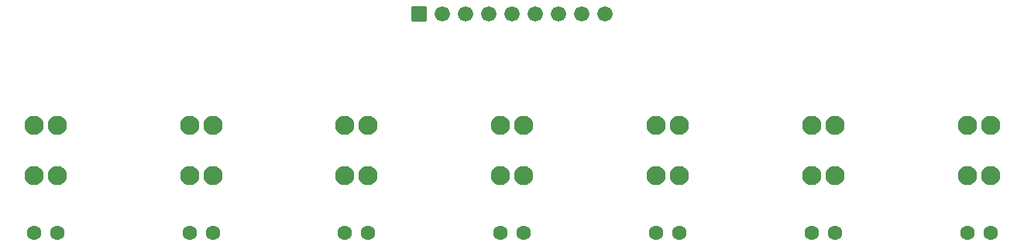
<source format=gbs>
G04 Layer: BottomSolderMaskLayer*
G04 EasyEDA v6.5.22, 2022-12-11 09:51:38*
G04 e12cfe8ce6ad4c4799b389a6830ee86a,10*
G04 Gerber Generator version 0.2*
G04 Scale: 100 percent, Rotated: No, Reflected: No *
G04 Dimensions in millimeters *
G04 leading zeros omitted , absolute positions ,4 integer and 5 decimal *
%FSLAX45Y45*%
%MOMM*%

%AMMACRO1*1,1,$1,$2,$3*1,1,$1,$4,$5*1,1,$1,0-$2,0-$3*1,1,$1,0-$4,0-$5*20,1,$1,$2,$3,$4,$5,0*20,1,$1,$4,$5,0-$2,0-$3,0*20,1,$1,0-$2,0-$3,0-$4,0-$5,0*20,1,$1,0-$4,0-$5,$2,$3,0*4,1,4,$2,$3,$4,$5,0-$2,0-$3,0-$4,0-$5,$2,$3,0*%
%ADD10C,2.1016*%
%ADD11MACRO1,0.1016X-0.7874X0.7874X0.7874X0.7874*%
%ADD12C,1.6764*%
%ADD13C,1.6000*%

%LPD*%
D10*
G01*
X4272991Y924915D03*
G01*
X4272991Y1475079D03*
G01*
X4526991Y924915D03*
G01*
X4526991Y1475079D03*
G01*
X872997Y924915D03*
G01*
X872997Y1475079D03*
G01*
X1126997Y924915D03*
G01*
X1126997Y1475079D03*
G01*
X2572994Y924915D03*
G01*
X2572994Y1475079D03*
G01*
X2826994Y924915D03*
G01*
X2826994Y1475079D03*
G01*
X5972987Y924915D03*
G01*
X5972987Y1475079D03*
G01*
X6226987Y924915D03*
G01*
X6226987Y1475079D03*
G01*
X7672984Y924940D03*
G01*
X7672984Y1475104D03*
G01*
X7926984Y924940D03*
G01*
X7926984Y1475104D03*
G01*
X9372981Y924940D03*
G01*
X9372981Y1475104D03*
G01*
X9626981Y924940D03*
G01*
X9626981Y1475104D03*
G01*
X11072977Y924940D03*
G01*
X11072977Y1475104D03*
G01*
X11326977Y924940D03*
G01*
X11326977Y1475104D03*
D11*
G01*
X5083987Y2699994D03*
D12*
G01*
X5337987Y2699994D03*
G01*
X5591987Y2699994D03*
G01*
X5845987Y2699994D03*
G01*
X6099987Y2699994D03*
G01*
X6353987Y2699994D03*
G01*
X6607987Y2699994D03*
G01*
X6861987Y2699994D03*
G01*
X7115987Y2699994D03*
D13*
G01*
X873505Y299999D03*
G01*
X1127505Y299999D03*
G01*
X2573502Y299999D03*
G01*
X2827502Y299999D03*
G01*
X4269079Y299999D03*
G01*
X4523104Y299999D03*
G01*
X5972987Y299999D03*
G01*
X6226987Y299999D03*
G01*
X7672984Y299999D03*
G01*
X7926984Y299999D03*
G01*
X9372981Y299999D03*
G01*
X9626981Y299999D03*
G01*
X11072977Y299999D03*
G01*
X11326977Y299999D03*
M02*

</source>
